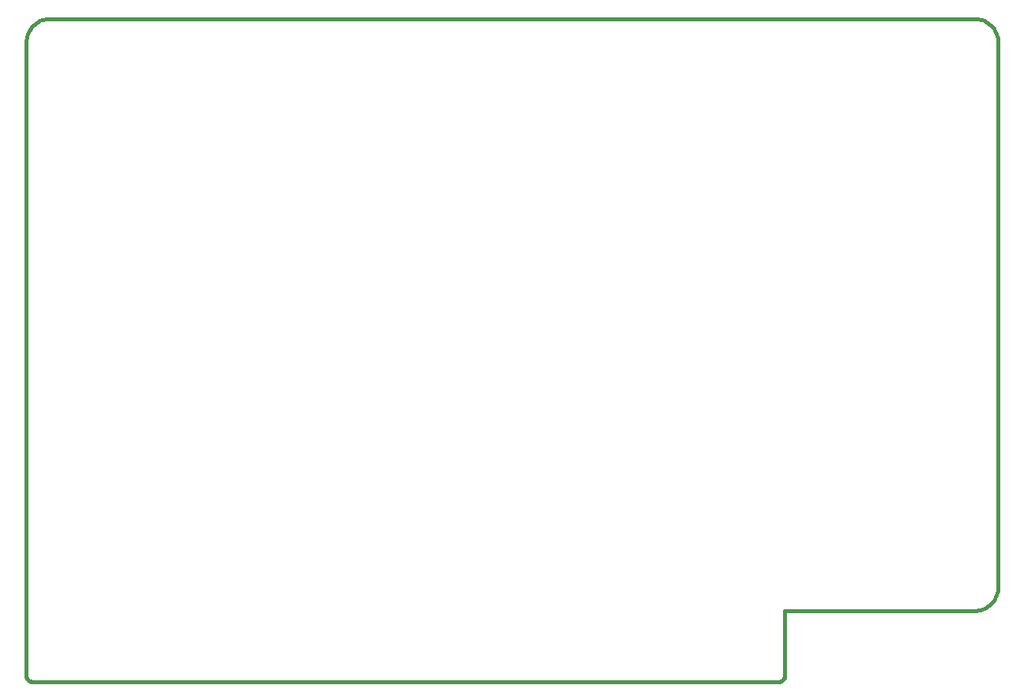
<source format=gbr>
G04 (created by PCBNEW-RS274X (2012-01-19 BZR 3256)-stable) date 4/5/2013 11:43:27 PM*
G01*
G70*
G90*
%MOIN*%
G04 Gerber Fmt 3.4, Leading zero omitted, Abs format*
%FSLAX34Y34*%
G04 APERTURE LIST*
%ADD10C,0.006000*%
%ADD11C,0.015000*%
G04 APERTURE END LIST*
G54D10*
G54D11*
X40000Y-52750D02*
X40000Y-26000D01*
X81000Y-49000D02*
X81000Y-26000D01*
X41000Y-25000D02*
X40913Y-25004D01*
X40827Y-25016D01*
X40742Y-25035D01*
X40658Y-25061D01*
X40578Y-25094D01*
X40501Y-25134D01*
X40427Y-25181D01*
X40358Y-25234D01*
X40293Y-25293D01*
X40234Y-25358D01*
X40181Y-25427D01*
X40134Y-25501D01*
X40094Y-25578D01*
X40061Y-25658D01*
X40035Y-25742D01*
X40016Y-25827D01*
X40004Y-25913D01*
X40000Y-26000D01*
X41000Y-25000D02*
X80000Y-25000D01*
X80000Y-50000D02*
X72000Y-50000D01*
X80000Y-50000D02*
X80087Y-49996D01*
X80173Y-49984D01*
X80258Y-49965D01*
X80342Y-49939D01*
X80422Y-49906D01*
X80500Y-49866D01*
X80573Y-49819D01*
X80642Y-49766D01*
X80707Y-49707D01*
X80766Y-49642D01*
X80819Y-49573D01*
X80866Y-49499D01*
X80906Y-49422D01*
X80939Y-49342D01*
X80965Y-49258D01*
X80984Y-49173D01*
X80996Y-49087D01*
X81000Y-49000D01*
X81000Y-26000D02*
X80996Y-25913D01*
X80984Y-25827D01*
X80965Y-25742D01*
X80939Y-25658D01*
X80906Y-25578D01*
X80866Y-25501D01*
X80819Y-25427D01*
X80766Y-25358D01*
X80707Y-25293D01*
X80642Y-25234D01*
X80573Y-25181D01*
X80500Y-25134D01*
X80422Y-25094D01*
X80342Y-25061D01*
X80258Y-25035D01*
X80173Y-25016D01*
X80087Y-25004D01*
X80000Y-25000D01*
X72000Y-52750D02*
X72000Y-50000D01*
X40250Y-53000D02*
X71750Y-53000D01*
X71750Y-53000D02*
X71771Y-52999D01*
X71793Y-52996D01*
X71814Y-52991D01*
X71835Y-52984D01*
X71855Y-52976D01*
X71875Y-52966D01*
X71893Y-52954D01*
X71910Y-52941D01*
X71926Y-52926D01*
X71941Y-52910D01*
X71954Y-52893D01*
X71966Y-52874D01*
X71976Y-52855D01*
X71984Y-52835D01*
X71991Y-52814D01*
X71996Y-52793D01*
X71999Y-52771D01*
X72000Y-52750D01*
X40000Y-52750D02*
X40001Y-52771D01*
X40004Y-52793D01*
X40009Y-52814D01*
X40016Y-52835D01*
X40024Y-52855D01*
X40034Y-52874D01*
X40046Y-52893D01*
X40059Y-52910D01*
X40074Y-52926D01*
X40090Y-52941D01*
X40107Y-52954D01*
X40126Y-52966D01*
X40145Y-52976D01*
X40165Y-52984D01*
X40186Y-52991D01*
X40207Y-52996D01*
X40229Y-52999D01*
X40250Y-53000D01*
M02*

</source>
